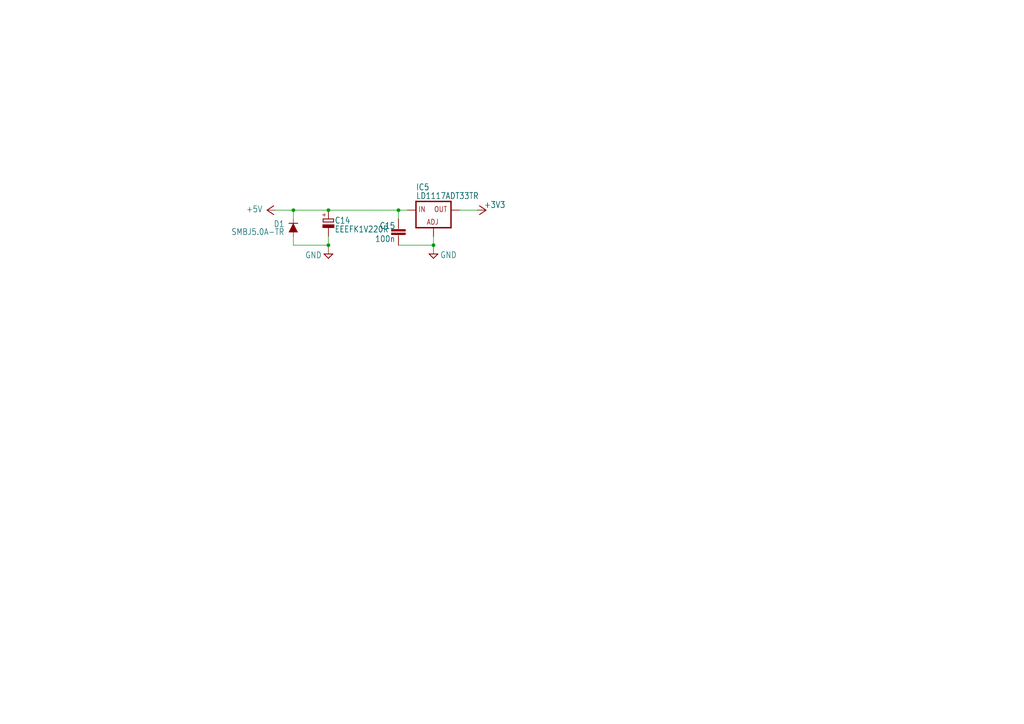
<source format=kicad_sch>
(kicad_sch (version 20230121) (generator eeschema)
  (paper "A4")
  (lib_symbols
    (symbol "EEZ_DIB_MCU_r3B4-eagle-import:+3V3" (power)
      (property "Value" "+3V3" (at -2.54 -5.08 90))
      (symbol "+3V3_1_0"
        (polyline (pts (xy 0 0) (xy -1.27 -1.905)) (stroke (width 0.254)))
        (polyline (pts (xy 1.27 -1.905) (xy 0 0)) (stroke (width 0.254)))
        (pin power_in line (at 0 -2.54 90) (length 2.54) (name "+3V3") (number "1"))
      )
    )
    (symbol "EEZ_DIB_MCU_r3B4-eagle-import:+5V" (power)
      (property "Value" "+5V" (at -2.54 -5.08 90))
      (symbol "+5V_1_0"
        (polyline (pts (xy 0 0) (xy -1.27 -1.905)) (stroke (width 0.254)))
        (polyline (pts (xy 1.27 -1.905) (xy 0 0)) (stroke (width 0.254)))
        (pin power_in line (at 0 -2.54 90) (length 2.54) (name "+5V") (number "1"))
      )
    )
    (symbol "EEZ_DIB_MCU_r3B4-eagle-import:C-EUC0603"
      (property "Reference" "C" (at 1.524 0.381 0))
      (property "Value" "C-EUC0603" (at 1.524 -4.699 0))
      (symbol "C-EUC0603_1_0"
        (rectangle (start -2.032 -2.032) (end 2.032 -1.524) (fill (type outline)))
        (rectangle (start -2.032 -1.016) (end 2.032 -0.508) (fill (type outline)))
        (polyline (pts (xy 0 -2.54) (xy 0 -2.032)) (stroke (width 0.1524)))
        (polyline (pts (xy 0 0) (xy 0 -0.508)) (stroke (width 0.1524)))
        (pin passive line (at 0 2.54 270) (length 2.54) (name "1") (number "1"))
        (pin passive line (at 0 -5.08 90) (length 2.54) (name "2") (number "2"))
      )
    )
    (symbol "EEZ_DIB_MCU_r3B4-eagle-import:DIODEDO214AA"
      (property "Reference" "D" (at 2.54 0.4826 0))
      (property "Value" "DIODEDO214AA" (at 2.54 -2.3114 0))
      (symbol "DIODEDO214AA_1_0"
        (polyline (pts (xy 1.27 0) (xy 1.27 -1.27)) (stroke (width 0.254)))
        (polyline (pts (xy 1.27 1.27) (xy 1.27 0)) (stroke (width 0.254)))
        (polyline (pts (xy 1.27 0) (xy -1.27 1.27) (xy -1.27 -1.27)) (fill (type outline)))
        (pin passive line (at -2.54 0 0) (length 2.54) (name "A") (number "A"))
        (pin passive line (at 2.54 0 180) (length 2.54) (name "C") (number "C"))
      )
    )
    (symbol "EEZ_DIB_MCU_r3B4-eagle-import:ECAPPANASONIC_C"
      (property "Reference" "C" (at 1.143 0.4826 0))
      (property "Value" "ECAPPANASONIC_C" (at 1.143 -4.5974 0))
      (symbol "ECAPPANASONIC_C_1_0"
        (rectangle (start -1.651 -2.54) (end 1.651 -1.651) (fill (type outline)))
        (polyline (pts (xy -1.524 -0.889) (xy 1.524 -0.889)) (stroke (width 0.254)))
        (polyline (pts (xy -1.524 0) (xy -1.524 -0.889)) (stroke (width 0.254)))
        (polyline (pts (xy -1.524 0) (xy 1.524 0)) (stroke (width 0.254)))
        (polyline (pts (xy 1.524 -0.889) (xy 1.524 0)) (stroke (width 0.254)))
        (text "+" (at -0.5842 0.4064 900) (effects (font (size 1.27 1.0795)) (justify left bottom)))
        (pin passive line (at 0 2.54 270) (length 2.54) (name "+") (number "1"))
        (pin passive line (at 0 -5.08 90) (length 2.54) (name "-") (number "2"))
      )
    )
    (symbol "EEZ_DIB_MCU_r3B4-eagle-import:GND" (power)
      (property "Value" "GND" (at -1.905 -3.175 0))
      (symbol "GND_1_0"
        (polyline (pts (xy -1.27 0) (xy 1.27 0)) (stroke (width 0.254)))
        (polyline (pts (xy 0 -1.27) (xy -1.27 0)) (stroke (width 0.254)))
        (polyline (pts (xy 1.27 0) (xy 0 -1.27)) (stroke (width 0.254)))
        (pin power_in line (at 0 2.54 270) (length 2.54) (name "GND") (number "1"))
      )
    )
    (symbol "EEZ_DIB_MCU_r3B4-eagle-import:LD117A?DT"
      (property "Reference" "IC" (at 2.54 -7.62 0))
      (property "Value" "LD117A?DT" (at 2.54 -10.16 0))
      (symbol "LD117A?DT_1_0"
        (polyline (pts (xy -5.08 -5.08) (xy 5.08 -5.08)) (stroke (width 0.4064)))
        (polyline (pts (xy -5.08 2.54) (xy -5.08 -5.08)) (stroke (width 0.4064)))
        (polyline (pts (xy 5.08 -5.08) (xy 5.08 2.54)) (stroke (width 0.4064)))
        (polyline (pts (xy 5.08 2.54) (xy -5.08 2.54)) (stroke (width 0.4064)))
        (text "ADJ" (at -2.032 -4.318 0) (effects (font (size 1.524 1.2954)) (justify left bottom)))
        (text "IN" (at -4.445 -0.635 0) (effects (font (size 1.524 1.2954)) (justify left bottom)))
        (text "OUT" (at 0.127 -0.635 0) (effects (font (size 1.524 1.2954)) (justify left bottom)))
        (pin input line (at 0 -7.62 90) (length 2.54) (name "ADJ") (number "1"))
        (pin input line (at -7.62 0 0) (length 2.54) (name "IN") (number "3"))
        (pin passive line (at 7.62 0 180) (length 2.54) (name "OUT") (number "4"))
      )
    )
  )
  (junction (at 115.57 60.96))
  (junction (at 95.25 71.12))
  (junction (at 85.09 60.96))
  (junction (at 95.25 60.96))
  (junction (at 125.73 71.12))
  (wire (pts (xy 85.09 71.12) (xy 95.25 71.12)))
  (wire (pts (xy 115.57 63.5) (xy 115.57 60.96)))
  (wire (pts (xy 80.01 60.96) (xy 85.09 60.96)))
  (wire (pts (xy 115.57 60.96) (xy 118.11 60.96)))
  (wire (pts (xy 85.09 68.58) (xy 85.09 71.12)))
  (wire (pts (xy 138.43 60.96) (xy 133.35 60.96)))
  (wire (pts (xy 95.25 68.58) (xy 95.25 71.12)))
  (wire (pts (xy 85.09 60.96) (xy 95.25 60.96)))
  (wire (pts (xy 95.25 60.96) (xy 115.57 60.96)))
  (wire (pts (xy 85.09 63.5) (xy 85.09 60.96)))
  (wire (pts (xy 125.73 71.12) (xy 115.57 71.12)))
  (wire (pts (xy 125.73 68.58) (xy 125.73 71.12)))
  (symbol (lib_id "EEZ_DIB_MCU_r3B4-eagle-import:+5V") (at 77.47 60.96 90) (mirror x) (unit 1)
    (property "Reference" "#P+06" (effects hide))
    (property "Value" "+5V" (at 76.2 59.69 90) (effects (font (size 1.778 1.5113)) (justify left top)))
    (property "Footprint" "EEZ_DIB_MCU_r3B4:" (effects hide))
  )
  (symbol (lib_id "EEZ_DIB_MCU_r3B4-eagle-import:C-EUC0603") (at 115.57 66.04 0) (unit 1)
    (property "Reference" "C15" (at 114.681 64.516 0) (effects (font (size 1.778 1.5113)) (justify right top)))
    (property "Value" "100n" (at 114.681 68.326 0) (effects (font (size 1.778 1.5113)) (justify right top)))
    (property "Footprint" "EEZ_DIB_MCU_r3B4:C0603" (effects hide))
  )
  (symbol (lib_id "EEZ_DIB_MCU_r3B4-eagle-import:LD117A?DT") (at 125.73 60.96 0) (unit 1)
    (property "Reference" "IC5" (at 120.65 55.245 0) (effects (font (size 1.778 1.5113)) (justify left bottom)))
    (property "Value" "LD1117ADT33TR" (at 120.65 57.785 0) (effects (font (size 1.778 1.5113)) (justify left bottom)))
    (property "Footprint" "EEZ_DIB_MCU_r3B4:DPACK" (effects hide))
  )
  (symbol (lib_id "EEZ_DIB_MCU_r3B4-eagle-import:ECAPPANASONIC_C") (at 95.25 63.5 0) (unit 1)
    (property "Reference" "C14" (at 97.028 64.9224 0) (effects (font (size 1.778 1.5113)) (justify left bottom)))
    (property "Value" "EEEFK1V220R" (at 97.028 67.4624 0) (effects (font (size 1.778 1.5113)) (justify left bottom)))
    (property "Footprint" "EEZ_DIB_MCU_r3B4:PANASONIC_C" (effects hide))
  )
  (symbol (lib_id "EEZ_DIB_MCU_r3B4-eagle-import:DIODEDO214AA") (at 85.09 66.04 90) (unit 1)
    (property "Reference" "D1" (at 82.55 63.9826 90) (effects (font (size 1.778 1.5113)) (justify left bottom)))
    (property "Value" "SMBJ5.0A-TR" (at 82.55 66.2686 90) (effects (font (size 1.778 1.5113)) (justify left bottom)))
    (property "Footprint" "EEZ_DIB_MCU_r3B4:DO214AA" (effects hide))
  )
  (symbol (lib_id "EEZ_DIB_MCU_r3B4-eagle-import:GND") (at 125.73 73.66 0) (unit 1)
    (property "Reference" "#SUPPLY021" (effects hide))
    (property "Value" "GND" (at 127.635 74.93 0) (effects (font (size 1.778 1.5113)) (justify left bottom)))
    (property "Footprint" "EEZ_DIB_MCU_r3B4:" (effects hide))
  )
  (symbol (lib_id "EEZ_DIB_MCU_r3B4-eagle-import:GND") (at 95.25 73.66 0) (unit 1)
    (property "Reference" "#SUPPLY020" (effects hide))
    (property "Value" "GND" (at 93.345 73.025 0) (effects (font (size 1.778 1.5113)) (justify right top)))
    (property "Footprint" "EEZ_DIB_MCU_r3B4:" (effects hide))
  )
  (symbol (lib_id "EEZ_DIB_MCU_r3B4-eagle-import:+3V3") (at 140.97 60.96 270) (mirror x) (unit 1)
    (property "Reference" "#+3V039" (effects hide))
    (property "Value" "+3V3" (at 140.335 58.42 90) (effects (font (size 1.778 1.5113)) (justify left bottom)))
    (property "Footprint" "EEZ_DIB_MCU_r3B4:" (effects hide))
    (instances (project "EEZ_DIB_MCU_r3B4" (path "" (reference "#+3V07") (unit 1))))
  )
)
</source>
